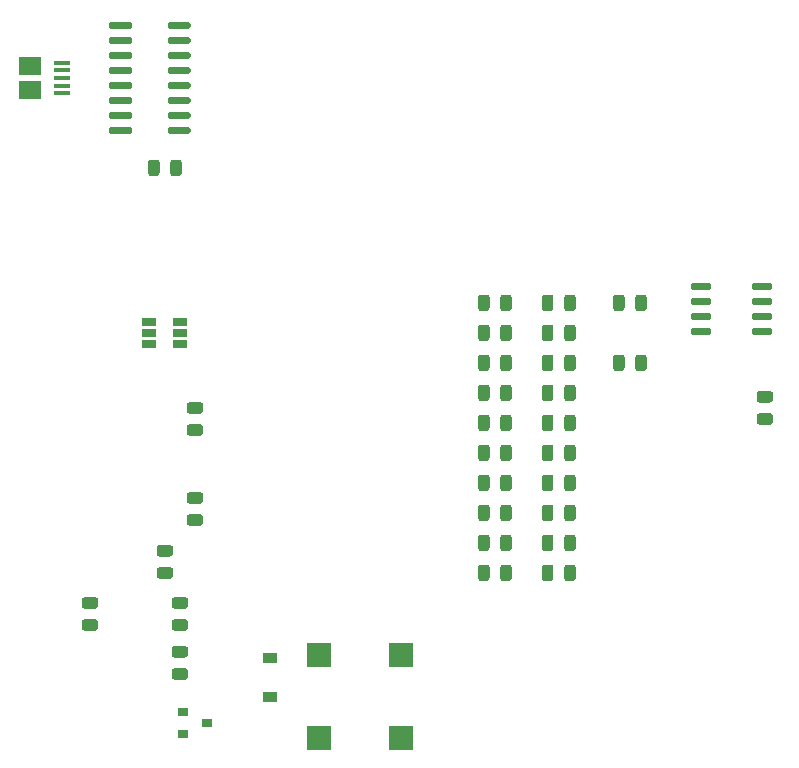
<source format=gbr>
%TF.GenerationSoftware,KiCad,Pcbnew,(5.1.6)-1*%
%TF.CreationDate,2020-11-21T18:59:33+08:00*%
%TF.ProjectId,Nov_21,4e6f765f-3231-42e6-9b69-6361645f7063,rev?*%
%TF.SameCoordinates,Original*%
%TF.FileFunction,Paste,Top*%
%TF.FilePolarity,Positive*%
%FSLAX46Y46*%
G04 Gerber Fmt 4.6, Leading zero omitted, Abs format (unit mm)*
G04 Created by KiCad (PCBNEW (5.1.6)-1) date 2020-11-21 18:59:33*
%MOMM*%
%LPD*%
G01*
G04 APERTURE LIST*
%ADD10R,1.220000X0.650000*%
%ADD11R,0.900000X0.800000*%
%ADD12R,1.900000X1.500000*%
%ADD13R,1.350000X0.400000*%
%ADD14R,1.200000X0.900000*%
%ADD15R,2.000000X2.000000*%
G04 APERTURE END LIST*
D10*
%TO.C,U3*%
X137200000Y-80330000D03*
X137200000Y-81280000D03*
X137200000Y-82230000D03*
X134580000Y-82230000D03*
X134580000Y-81280000D03*
X134580000Y-80330000D03*
%TD*%
%TO.C,U2*%
G36*
G01*
X133120000Y-63985000D02*
X133120000Y-64285000D01*
G75*
G02*
X132970000Y-64435000I-150000J0D01*
G01*
X131320000Y-64435000D01*
G75*
G02*
X131170000Y-64285000I0J150000D01*
G01*
X131170000Y-63985000D01*
G75*
G02*
X131320000Y-63835000I150000J0D01*
G01*
X132970000Y-63835000D01*
G75*
G02*
X133120000Y-63985000I0J-150000D01*
G01*
G37*
G36*
G01*
X133120000Y-62715000D02*
X133120000Y-63015000D01*
G75*
G02*
X132970000Y-63165000I-150000J0D01*
G01*
X131320000Y-63165000D01*
G75*
G02*
X131170000Y-63015000I0J150000D01*
G01*
X131170000Y-62715000D01*
G75*
G02*
X131320000Y-62565000I150000J0D01*
G01*
X132970000Y-62565000D01*
G75*
G02*
X133120000Y-62715000I0J-150000D01*
G01*
G37*
G36*
G01*
X133120000Y-61445000D02*
X133120000Y-61745000D01*
G75*
G02*
X132970000Y-61895000I-150000J0D01*
G01*
X131320000Y-61895000D01*
G75*
G02*
X131170000Y-61745000I0J150000D01*
G01*
X131170000Y-61445000D01*
G75*
G02*
X131320000Y-61295000I150000J0D01*
G01*
X132970000Y-61295000D01*
G75*
G02*
X133120000Y-61445000I0J-150000D01*
G01*
G37*
G36*
G01*
X133120000Y-60175000D02*
X133120000Y-60475000D01*
G75*
G02*
X132970000Y-60625000I-150000J0D01*
G01*
X131320000Y-60625000D01*
G75*
G02*
X131170000Y-60475000I0J150000D01*
G01*
X131170000Y-60175000D01*
G75*
G02*
X131320000Y-60025000I150000J0D01*
G01*
X132970000Y-60025000D01*
G75*
G02*
X133120000Y-60175000I0J-150000D01*
G01*
G37*
G36*
G01*
X133120000Y-58905000D02*
X133120000Y-59205000D01*
G75*
G02*
X132970000Y-59355000I-150000J0D01*
G01*
X131320000Y-59355000D01*
G75*
G02*
X131170000Y-59205000I0J150000D01*
G01*
X131170000Y-58905000D01*
G75*
G02*
X131320000Y-58755000I150000J0D01*
G01*
X132970000Y-58755000D01*
G75*
G02*
X133120000Y-58905000I0J-150000D01*
G01*
G37*
G36*
G01*
X133120000Y-57635000D02*
X133120000Y-57935000D01*
G75*
G02*
X132970000Y-58085000I-150000J0D01*
G01*
X131320000Y-58085000D01*
G75*
G02*
X131170000Y-57935000I0J150000D01*
G01*
X131170000Y-57635000D01*
G75*
G02*
X131320000Y-57485000I150000J0D01*
G01*
X132970000Y-57485000D01*
G75*
G02*
X133120000Y-57635000I0J-150000D01*
G01*
G37*
G36*
G01*
X133120000Y-56365000D02*
X133120000Y-56665000D01*
G75*
G02*
X132970000Y-56815000I-150000J0D01*
G01*
X131320000Y-56815000D01*
G75*
G02*
X131170000Y-56665000I0J150000D01*
G01*
X131170000Y-56365000D01*
G75*
G02*
X131320000Y-56215000I150000J0D01*
G01*
X132970000Y-56215000D01*
G75*
G02*
X133120000Y-56365000I0J-150000D01*
G01*
G37*
G36*
G01*
X133120000Y-55095000D02*
X133120000Y-55395000D01*
G75*
G02*
X132970000Y-55545000I-150000J0D01*
G01*
X131320000Y-55545000D01*
G75*
G02*
X131170000Y-55395000I0J150000D01*
G01*
X131170000Y-55095000D01*
G75*
G02*
X131320000Y-54945000I150000J0D01*
G01*
X132970000Y-54945000D01*
G75*
G02*
X133120000Y-55095000I0J-150000D01*
G01*
G37*
G36*
G01*
X138070000Y-55095000D02*
X138070000Y-55395000D01*
G75*
G02*
X137920000Y-55545000I-150000J0D01*
G01*
X136270000Y-55545000D01*
G75*
G02*
X136120000Y-55395000I0J150000D01*
G01*
X136120000Y-55095000D01*
G75*
G02*
X136270000Y-54945000I150000J0D01*
G01*
X137920000Y-54945000D01*
G75*
G02*
X138070000Y-55095000I0J-150000D01*
G01*
G37*
G36*
G01*
X138070000Y-56365000D02*
X138070000Y-56665000D01*
G75*
G02*
X137920000Y-56815000I-150000J0D01*
G01*
X136270000Y-56815000D01*
G75*
G02*
X136120000Y-56665000I0J150000D01*
G01*
X136120000Y-56365000D01*
G75*
G02*
X136270000Y-56215000I150000J0D01*
G01*
X137920000Y-56215000D01*
G75*
G02*
X138070000Y-56365000I0J-150000D01*
G01*
G37*
G36*
G01*
X138070000Y-57635000D02*
X138070000Y-57935000D01*
G75*
G02*
X137920000Y-58085000I-150000J0D01*
G01*
X136270000Y-58085000D01*
G75*
G02*
X136120000Y-57935000I0J150000D01*
G01*
X136120000Y-57635000D01*
G75*
G02*
X136270000Y-57485000I150000J0D01*
G01*
X137920000Y-57485000D01*
G75*
G02*
X138070000Y-57635000I0J-150000D01*
G01*
G37*
G36*
G01*
X138070000Y-58905000D02*
X138070000Y-59205000D01*
G75*
G02*
X137920000Y-59355000I-150000J0D01*
G01*
X136270000Y-59355000D01*
G75*
G02*
X136120000Y-59205000I0J150000D01*
G01*
X136120000Y-58905000D01*
G75*
G02*
X136270000Y-58755000I150000J0D01*
G01*
X137920000Y-58755000D01*
G75*
G02*
X138070000Y-58905000I0J-150000D01*
G01*
G37*
G36*
G01*
X138070000Y-60175000D02*
X138070000Y-60475000D01*
G75*
G02*
X137920000Y-60625000I-150000J0D01*
G01*
X136270000Y-60625000D01*
G75*
G02*
X136120000Y-60475000I0J150000D01*
G01*
X136120000Y-60175000D01*
G75*
G02*
X136270000Y-60025000I150000J0D01*
G01*
X137920000Y-60025000D01*
G75*
G02*
X138070000Y-60175000I0J-150000D01*
G01*
G37*
G36*
G01*
X138070000Y-61445000D02*
X138070000Y-61745000D01*
G75*
G02*
X137920000Y-61895000I-150000J0D01*
G01*
X136270000Y-61895000D01*
G75*
G02*
X136120000Y-61745000I0J150000D01*
G01*
X136120000Y-61445000D01*
G75*
G02*
X136270000Y-61295000I150000J0D01*
G01*
X137920000Y-61295000D01*
G75*
G02*
X138070000Y-61445000I0J-150000D01*
G01*
G37*
G36*
G01*
X138070000Y-62715000D02*
X138070000Y-63015000D01*
G75*
G02*
X137920000Y-63165000I-150000J0D01*
G01*
X136270000Y-63165000D01*
G75*
G02*
X136120000Y-63015000I0J150000D01*
G01*
X136120000Y-62715000D01*
G75*
G02*
X136270000Y-62565000I150000J0D01*
G01*
X137920000Y-62565000D01*
G75*
G02*
X138070000Y-62715000I0J-150000D01*
G01*
G37*
G36*
G01*
X138070000Y-63985000D02*
X138070000Y-64285000D01*
G75*
G02*
X137920000Y-64435000I-150000J0D01*
G01*
X136270000Y-64435000D01*
G75*
G02*
X136120000Y-64285000I0J150000D01*
G01*
X136120000Y-63985000D01*
G75*
G02*
X136270000Y-63835000I150000J0D01*
G01*
X137920000Y-63835000D01*
G75*
G02*
X138070000Y-63985000I0J-150000D01*
G01*
G37*
%TD*%
%TO.C,R25*%
G36*
G01*
X169692500Y-102056250D02*
X169692500Y-101143750D01*
G75*
G02*
X169936250Y-100900000I243750J0D01*
G01*
X170423750Y-100900000D01*
G75*
G02*
X170667500Y-101143750I0J-243750D01*
G01*
X170667500Y-102056250D01*
G75*
G02*
X170423750Y-102300000I-243750J0D01*
G01*
X169936250Y-102300000D01*
G75*
G02*
X169692500Y-102056250I0J243750D01*
G01*
G37*
G36*
G01*
X167817500Y-102056250D02*
X167817500Y-101143750D01*
G75*
G02*
X168061250Y-100900000I243750J0D01*
G01*
X168548750Y-100900000D01*
G75*
G02*
X168792500Y-101143750I0J-243750D01*
G01*
X168792500Y-102056250D01*
G75*
G02*
X168548750Y-102300000I-243750J0D01*
G01*
X168061250Y-102300000D01*
G75*
G02*
X167817500Y-102056250I0J243750D01*
G01*
G37*
%TD*%
%TO.C,R24*%
G36*
G01*
X175710000Y-79196250D02*
X175710000Y-78283750D01*
G75*
G02*
X175953750Y-78040000I243750J0D01*
G01*
X176441250Y-78040000D01*
G75*
G02*
X176685000Y-78283750I0J-243750D01*
G01*
X176685000Y-79196250D01*
G75*
G02*
X176441250Y-79440000I-243750J0D01*
G01*
X175953750Y-79440000D01*
G75*
G02*
X175710000Y-79196250I0J243750D01*
G01*
G37*
G36*
G01*
X173835000Y-79196250D02*
X173835000Y-78283750D01*
G75*
G02*
X174078750Y-78040000I243750J0D01*
G01*
X174566250Y-78040000D01*
G75*
G02*
X174810000Y-78283750I0J-243750D01*
G01*
X174810000Y-79196250D01*
G75*
G02*
X174566250Y-79440000I-243750J0D01*
G01*
X174078750Y-79440000D01*
G75*
G02*
X173835000Y-79196250I0J243750D01*
G01*
G37*
%TD*%
%TO.C,R23*%
G36*
G01*
X174810000Y-83363750D02*
X174810000Y-84276250D01*
G75*
G02*
X174566250Y-84520000I-243750J0D01*
G01*
X174078750Y-84520000D01*
G75*
G02*
X173835000Y-84276250I0J243750D01*
G01*
X173835000Y-83363750D01*
G75*
G02*
X174078750Y-83120000I243750J0D01*
G01*
X174566250Y-83120000D01*
G75*
G02*
X174810000Y-83363750I0J-243750D01*
G01*
G37*
G36*
G01*
X176685000Y-83363750D02*
X176685000Y-84276250D01*
G75*
G02*
X176441250Y-84520000I-243750J0D01*
G01*
X175953750Y-84520000D01*
G75*
G02*
X175710000Y-84276250I0J243750D01*
G01*
X175710000Y-83363750D01*
G75*
G02*
X175953750Y-83120000I243750J0D01*
G01*
X176441250Y-83120000D01*
G75*
G02*
X176685000Y-83363750I0J-243750D01*
G01*
G37*
%TD*%
%TO.C,R22*%
G36*
G01*
X169692500Y-99516250D02*
X169692500Y-98603750D01*
G75*
G02*
X169936250Y-98360000I243750J0D01*
G01*
X170423750Y-98360000D01*
G75*
G02*
X170667500Y-98603750I0J-243750D01*
G01*
X170667500Y-99516250D01*
G75*
G02*
X170423750Y-99760000I-243750J0D01*
G01*
X169936250Y-99760000D01*
G75*
G02*
X169692500Y-99516250I0J243750D01*
G01*
G37*
G36*
G01*
X167817500Y-99516250D02*
X167817500Y-98603750D01*
G75*
G02*
X168061250Y-98360000I243750J0D01*
G01*
X168548750Y-98360000D01*
G75*
G02*
X168792500Y-98603750I0J-243750D01*
G01*
X168792500Y-99516250D01*
G75*
G02*
X168548750Y-99760000I-243750J0D01*
G01*
X168061250Y-99760000D01*
G75*
G02*
X167817500Y-99516250I0J243750D01*
G01*
G37*
%TD*%
%TO.C,R21*%
G36*
G01*
X169692500Y-96976250D02*
X169692500Y-96063750D01*
G75*
G02*
X169936250Y-95820000I243750J0D01*
G01*
X170423750Y-95820000D01*
G75*
G02*
X170667500Y-96063750I0J-243750D01*
G01*
X170667500Y-96976250D01*
G75*
G02*
X170423750Y-97220000I-243750J0D01*
G01*
X169936250Y-97220000D01*
G75*
G02*
X169692500Y-96976250I0J243750D01*
G01*
G37*
G36*
G01*
X167817500Y-96976250D02*
X167817500Y-96063750D01*
G75*
G02*
X168061250Y-95820000I243750J0D01*
G01*
X168548750Y-95820000D01*
G75*
G02*
X168792500Y-96063750I0J-243750D01*
G01*
X168792500Y-96976250D01*
G75*
G02*
X168548750Y-97220000I-243750J0D01*
G01*
X168061250Y-97220000D01*
G75*
G02*
X167817500Y-96976250I0J243750D01*
G01*
G37*
%TD*%
%TO.C,R20*%
G36*
G01*
X169692500Y-94436250D02*
X169692500Y-93523750D01*
G75*
G02*
X169936250Y-93280000I243750J0D01*
G01*
X170423750Y-93280000D01*
G75*
G02*
X170667500Y-93523750I0J-243750D01*
G01*
X170667500Y-94436250D01*
G75*
G02*
X170423750Y-94680000I-243750J0D01*
G01*
X169936250Y-94680000D01*
G75*
G02*
X169692500Y-94436250I0J243750D01*
G01*
G37*
G36*
G01*
X167817500Y-94436250D02*
X167817500Y-93523750D01*
G75*
G02*
X168061250Y-93280000I243750J0D01*
G01*
X168548750Y-93280000D01*
G75*
G02*
X168792500Y-93523750I0J-243750D01*
G01*
X168792500Y-94436250D01*
G75*
G02*
X168548750Y-94680000I-243750J0D01*
G01*
X168061250Y-94680000D01*
G75*
G02*
X167817500Y-94436250I0J243750D01*
G01*
G37*
%TD*%
%TO.C,R19*%
G36*
G01*
X169692500Y-91896250D02*
X169692500Y-90983750D01*
G75*
G02*
X169936250Y-90740000I243750J0D01*
G01*
X170423750Y-90740000D01*
G75*
G02*
X170667500Y-90983750I0J-243750D01*
G01*
X170667500Y-91896250D01*
G75*
G02*
X170423750Y-92140000I-243750J0D01*
G01*
X169936250Y-92140000D01*
G75*
G02*
X169692500Y-91896250I0J243750D01*
G01*
G37*
G36*
G01*
X167817500Y-91896250D02*
X167817500Y-90983750D01*
G75*
G02*
X168061250Y-90740000I243750J0D01*
G01*
X168548750Y-90740000D01*
G75*
G02*
X168792500Y-90983750I0J-243750D01*
G01*
X168792500Y-91896250D01*
G75*
G02*
X168548750Y-92140000I-243750J0D01*
G01*
X168061250Y-92140000D01*
G75*
G02*
X167817500Y-91896250I0J243750D01*
G01*
G37*
%TD*%
%TO.C,R18*%
G36*
G01*
X169692500Y-89356250D02*
X169692500Y-88443750D01*
G75*
G02*
X169936250Y-88200000I243750J0D01*
G01*
X170423750Y-88200000D01*
G75*
G02*
X170667500Y-88443750I0J-243750D01*
G01*
X170667500Y-89356250D01*
G75*
G02*
X170423750Y-89600000I-243750J0D01*
G01*
X169936250Y-89600000D01*
G75*
G02*
X169692500Y-89356250I0J243750D01*
G01*
G37*
G36*
G01*
X167817500Y-89356250D02*
X167817500Y-88443750D01*
G75*
G02*
X168061250Y-88200000I243750J0D01*
G01*
X168548750Y-88200000D01*
G75*
G02*
X168792500Y-88443750I0J-243750D01*
G01*
X168792500Y-89356250D01*
G75*
G02*
X168548750Y-89600000I-243750J0D01*
G01*
X168061250Y-89600000D01*
G75*
G02*
X167817500Y-89356250I0J243750D01*
G01*
G37*
%TD*%
%TO.C,R17*%
G36*
G01*
X169692500Y-86816250D02*
X169692500Y-85903750D01*
G75*
G02*
X169936250Y-85660000I243750J0D01*
G01*
X170423750Y-85660000D01*
G75*
G02*
X170667500Y-85903750I0J-243750D01*
G01*
X170667500Y-86816250D01*
G75*
G02*
X170423750Y-87060000I-243750J0D01*
G01*
X169936250Y-87060000D01*
G75*
G02*
X169692500Y-86816250I0J243750D01*
G01*
G37*
G36*
G01*
X167817500Y-86816250D02*
X167817500Y-85903750D01*
G75*
G02*
X168061250Y-85660000I243750J0D01*
G01*
X168548750Y-85660000D01*
G75*
G02*
X168792500Y-85903750I0J-243750D01*
G01*
X168792500Y-86816250D01*
G75*
G02*
X168548750Y-87060000I-243750J0D01*
G01*
X168061250Y-87060000D01*
G75*
G02*
X167817500Y-86816250I0J243750D01*
G01*
G37*
%TD*%
%TO.C,R16*%
G36*
G01*
X169692500Y-84276250D02*
X169692500Y-83363750D01*
G75*
G02*
X169936250Y-83120000I243750J0D01*
G01*
X170423750Y-83120000D01*
G75*
G02*
X170667500Y-83363750I0J-243750D01*
G01*
X170667500Y-84276250D01*
G75*
G02*
X170423750Y-84520000I-243750J0D01*
G01*
X169936250Y-84520000D01*
G75*
G02*
X169692500Y-84276250I0J243750D01*
G01*
G37*
G36*
G01*
X167817500Y-84276250D02*
X167817500Y-83363750D01*
G75*
G02*
X168061250Y-83120000I243750J0D01*
G01*
X168548750Y-83120000D01*
G75*
G02*
X168792500Y-83363750I0J-243750D01*
G01*
X168792500Y-84276250D01*
G75*
G02*
X168548750Y-84520000I-243750J0D01*
G01*
X168061250Y-84520000D01*
G75*
G02*
X167817500Y-84276250I0J243750D01*
G01*
G37*
%TD*%
%TO.C,R15*%
G36*
G01*
X169692500Y-81736250D02*
X169692500Y-80823750D01*
G75*
G02*
X169936250Y-80580000I243750J0D01*
G01*
X170423750Y-80580000D01*
G75*
G02*
X170667500Y-80823750I0J-243750D01*
G01*
X170667500Y-81736250D01*
G75*
G02*
X170423750Y-81980000I-243750J0D01*
G01*
X169936250Y-81980000D01*
G75*
G02*
X169692500Y-81736250I0J243750D01*
G01*
G37*
G36*
G01*
X167817500Y-81736250D02*
X167817500Y-80823750D01*
G75*
G02*
X168061250Y-80580000I243750J0D01*
G01*
X168548750Y-80580000D01*
G75*
G02*
X168792500Y-80823750I0J-243750D01*
G01*
X168792500Y-81736250D01*
G75*
G02*
X168548750Y-81980000I-243750J0D01*
G01*
X168061250Y-81980000D01*
G75*
G02*
X167817500Y-81736250I0J243750D01*
G01*
G37*
%TD*%
%TO.C,R14*%
G36*
G01*
X169692500Y-79196250D02*
X169692500Y-78283750D01*
G75*
G02*
X169936250Y-78040000I243750J0D01*
G01*
X170423750Y-78040000D01*
G75*
G02*
X170667500Y-78283750I0J-243750D01*
G01*
X170667500Y-79196250D01*
G75*
G02*
X170423750Y-79440000I-243750J0D01*
G01*
X169936250Y-79440000D01*
G75*
G02*
X169692500Y-79196250I0J243750D01*
G01*
G37*
G36*
G01*
X167817500Y-79196250D02*
X167817500Y-78283750D01*
G75*
G02*
X168061250Y-78040000I243750J0D01*
G01*
X168548750Y-78040000D01*
G75*
G02*
X168792500Y-78283750I0J-243750D01*
G01*
X168792500Y-79196250D01*
G75*
G02*
X168548750Y-79440000I-243750J0D01*
G01*
X168061250Y-79440000D01*
G75*
G02*
X167817500Y-79196250I0J243750D01*
G01*
G37*
%TD*%
%TO.C,R13*%
G36*
G01*
X163380000Y-80823750D02*
X163380000Y-81736250D01*
G75*
G02*
X163136250Y-81980000I-243750J0D01*
G01*
X162648750Y-81980000D01*
G75*
G02*
X162405000Y-81736250I0J243750D01*
G01*
X162405000Y-80823750D01*
G75*
G02*
X162648750Y-80580000I243750J0D01*
G01*
X163136250Y-80580000D01*
G75*
G02*
X163380000Y-80823750I0J-243750D01*
G01*
G37*
G36*
G01*
X165255000Y-80823750D02*
X165255000Y-81736250D01*
G75*
G02*
X165011250Y-81980000I-243750J0D01*
G01*
X164523750Y-81980000D01*
G75*
G02*
X164280000Y-81736250I0J243750D01*
G01*
X164280000Y-80823750D01*
G75*
G02*
X164523750Y-80580000I243750J0D01*
G01*
X165011250Y-80580000D01*
G75*
G02*
X165255000Y-80823750I0J-243750D01*
G01*
G37*
%TD*%
%TO.C,R12*%
G36*
G01*
X163380000Y-98603750D02*
X163380000Y-99516250D01*
G75*
G02*
X163136250Y-99760000I-243750J0D01*
G01*
X162648750Y-99760000D01*
G75*
G02*
X162405000Y-99516250I0J243750D01*
G01*
X162405000Y-98603750D01*
G75*
G02*
X162648750Y-98360000I243750J0D01*
G01*
X163136250Y-98360000D01*
G75*
G02*
X163380000Y-98603750I0J-243750D01*
G01*
G37*
G36*
G01*
X165255000Y-98603750D02*
X165255000Y-99516250D01*
G75*
G02*
X165011250Y-99760000I-243750J0D01*
G01*
X164523750Y-99760000D01*
G75*
G02*
X164280000Y-99516250I0J243750D01*
G01*
X164280000Y-98603750D01*
G75*
G02*
X164523750Y-98360000I243750J0D01*
G01*
X165011250Y-98360000D01*
G75*
G02*
X165255000Y-98603750I0J-243750D01*
G01*
G37*
%TD*%
%TO.C,R11*%
G36*
G01*
X163380000Y-96063750D02*
X163380000Y-96976250D01*
G75*
G02*
X163136250Y-97220000I-243750J0D01*
G01*
X162648750Y-97220000D01*
G75*
G02*
X162405000Y-96976250I0J243750D01*
G01*
X162405000Y-96063750D01*
G75*
G02*
X162648750Y-95820000I243750J0D01*
G01*
X163136250Y-95820000D01*
G75*
G02*
X163380000Y-96063750I0J-243750D01*
G01*
G37*
G36*
G01*
X165255000Y-96063750D02*
X165255000Y-96976250D01*
G75*
G02*
X165011250Y-97220000I-243750J0D01*
G01*
X164523750Y-97220000D01*
G75*
G02*
X164280000Y-96976250I0J243750D01*
G01*
X164280000Y-96063750D01*
G75*
G02*
X164523750Y-95820000I243750J0D01*
G01*
X165011250Y-95820000D01*
G75*
G02*
X165255000Y-96063750I0J-243750D01*
G01*
G37*
%TD*%
%TO.C,R10*%
G36*
G01*
X163380000Y-93523750D02*
X163380000Y-94436250D01*
G75*
G02*
X163136250Y-94680000I-243750J0D01*
G01*
X162648750Y-94680000D01*
G75*
G02*
X162405000Y-94436250I0J243750D01*
G01*
X162405000Y-93523750D01*
G75*
G02*
X162648750Y-93280000I243750J0D01*
G01*
X163136250Y-93280000D01*
G75*
G02*
X163380000Y-93523750I0J-243750D01*
G01*
G37*
G36*
G01*
X165255000Y-93523750D02*
X165255000Y-94436250D01*
G75*
G02*
X165011250Y-94680000I-243750J0D01*
G01*
X164523750Y-94680000D01*
G75*
G02*
X164280000Y-94436250I0J243750D01*
G01*
X164280000Y-93523750D01*
G75*
G02*
X164523750Y-93280000I243750J0D01*
G01*
X165011250Y-93280000D01*
G75*
G02*
X165255000Y-93523750I0J-243750D01*
G01*
G37*
%TD*%
%TO.C,R9*%
G36*
G01*
X163380000Y-88443750D02*
X163380000Y-89356250D01*
G75*
G02*
X163136250Y-89600000I-243750J0D01*
G01*
X162648750Y-89600000D01*
G75*
G02*
X162405000Y-89356250I0J243750D01*
G01*
X162405000Y-88443750D01*
G75*
G02*
X162648750Y-88200000I243750J0D01*
G01*
X163136250Y-88200000D01*
G75*
G02*
X163380000Y-88443750I0J-243750D01*
G01*
G37*
G36*
G01*
X165255000Y-88443750D02*
X165255000Y-89356250D01*
G75*
G02*
X165011250Y-89600000I-243750J0D01*
G01*
X164523750Y-89600000D01*
G75*
G02*
X164280000Y-89356250I0J243750D01*
G01*
X164280000Y-88443750D01*
G75*
G02*
X164523750Y-88200000I243750J0D01*
G01*
X165011250Y-88200000D01*
G75*
G02*
X165255000Y-88443750I0J-243750D01*
G01*
G37*
%TD*%
%TO.C,R8*%
G36*
G01*
X163380000Y-85903750D02*
X163380000Y-86816250D01*
G75*
G02*
X163136250Y-87060000I-243750J0D01*
G01*
X162648750Y-87060000D01*
G75*
G02*
X162405000Y-86816250I0J243750D01*
G01*
X162405000Y-85903750D01*
G75*
G02*
X162648750Y-85660000I243750J0D01*
G01*
X163136250Y-85660000D01*
G75*
G02*
X163380000Y-85903750I0J-243750D01*
G01*
G37*
G36*
G01*
X165255000Y-85903750D02*
X165255000Y-86816250D01*
G75*
G02*
X165011250Y-87060000I-243750J0D01*
G01*
X164523750Y-87060000D01*
G75*
G02*
X164280000Y-86816250I0J243750D01*
G01*
X164280000Y-85903750D01*
G75*
G02*
X164523750Y-85660000I243750J0D01*
G01*
X165011250Y-85660000D01*
G75*
G02*
X165255000Y-85903750I0J-243750D01*
G01*
G37*
%TD*%
%TO.C,R7*%
G36*
G01*
X163380000Y-83363750D02*
X163380000Y-84276250D01*
G75*
G02*
X163136250Y-84520000I-243750J0D01*
G01*
X162648750Y-84520000D01*
G75*
G02*
X162405000Y-84276250I0J243750D01*
G01*
X162405000Y-83363750D01*
G75*
G02*
X162648750Y-83120000I243750J0D01*
G01*
X163136250Y-83120000D01*
G75*
G02*
X163380000Y-83363750I0J-243750D01*
G01*
G37*
G36*
G01*
X165255000Y-83363750D02*
X165255000Y-84276250D01*
G75*
G02*
X165011250Y-84520000I-243750J0D01*
G01*
X164523750Y-84520000D01*
G75*
G02*
X164280000Y-84276250I0J243750D01*
G01*
X164280000Y-83363750D01*
G75*
G02*
X164523750Y-83120000I243750J0D01*
G01*
X165011250Y-83120000D01*
G75*
G02*
X165255000Y-83363750I0J-243750D01*
G01*
G37*
%TD*%
%TO.C,R6*%
G36*
G01*
X163380000Y-101143750D02*
X163380000Y-102056250D01*
G75*
G02*
X163136250Y-102300000I-243750J0D01*
G01*
X162648750Y-102300000D01*
G75*
G02*
X162405000Y-102056250I0J243750D01*
G01*
X162405000Y-101143750D01*
G75*
G02*
X162648750Y-100900000I243750J0D01*
G01*
X163136250Y-100900000D01*
G75*
G02*
X163380000Y-101143750I0J-243750D01*
G01*
G37*
G36*
G01*
X165255000Y-101143750D02*
X165255000Y-102056250D01*
G75*
G02*
X165011250Y-102300000I-243750J0D01*
G01*
X164523750Y-102300000D01*
G75*
G02*
X164280000Y-102056250I0J243750D01*
G01*
X164280000Y-101143750D01*
G75*
G02*
X164523750Y-100900000I243750J0D01*
G01*
X165011250Y-100900000D01*
G75*
G02*
X165255000Y-101143750I0J-243750D01*
G01*
G37*
%TD*%
%TO.C,R5*%
G36*
G01*
X163380000Y-90983750D02*
X163380000Y-91896250D01*
G75*
G02*
X163136250Y-92140000I-243750J0D01*
G01*
X162648750Y-92140000D01*
G75*
G02*
X162405000Y-91896250I0J243750D01*
G01*
X162405000Y-90983750D01*
G75*
G02*
X162648750Y-90740000I243750J0D01*
G01*
X163136250Y-90740000D01*
G75*
G02*
X163380000Y-90983750I0J-243750D01*
G01*
G37*
G36*
G01*
X165255000Y-90983750D02*
X165255000Y-91896250D01*
G75*
G02*
X165011250Y-92140000I-243750J0D01*
G01*
X164523750Y-92140000D01*
G75*
G02*
X164280000Y-91896250I0J243750D01*
G01*
X164280000Y-90983750D01*
G75*
G02*
X164523750Y-90740000I243750J0D01*
G01*
X165011250Y-90740000D01*
G75*
G02*
X165255000Y-90983750I0J-243750D01*
G01*
G37*
%TD*%
%TO.C,R4*%
G36*
G01*
X163380000Y-78283750D02*
X163380000Y-79196250D01*
G75*
G02*
X163136250Y-79440000I-243750J0D01*
G01*
X162648750Y-79440000D01*
G75*
G02*
X162405000Y-79196250I0J243750D01*
G01*
X162405000Y-78283750D01*
G75*
G02*
X162648750Y-78040000I243750J0D01*
G01*
X163136250Y-78040000D01*
G75*
G02*
X163380000Y-78283750I0J-243750D01*
G01*
G37*
G36*
G01*
X165255000Y-78283750D02*
X165255000Y-79196250D01*
G75*
G02*
X165011250Y-79440000I-243750J0D01*
G01*
X164523750Y-79440000D01*
G75*
G02*
X164280000Y-79196250I0J243750D01*
G01*
X164280000Y-78283750D01*
G75*
G02*
X164523750Y-78040000I243750J0D01*
G01*
X165011250Y-78040000D01*
G75*
G02*
X165255000Y-78283750I0J-243750D01*
G01*
G37*
%TD*%
%TO.C,R3*%
G36*
G01*
X137616250Y-104627500D02*
X136703750Y-104627500D01*
G75*
G02*
X136460000Y-104383750I0J243750D01*
G01*
X136460000Y-103896250D01*
G75*
G02*
X136703750Y-103652500I243750J0D01*
G01*
X137616250Y-103652500D01*
G75*
G02*
X137860000Y-103896250I0J-243750D01*
G01*
X137860000Y-104383750D01*
G75*
G02*
X137616250Y-104627500I-243750J0D01*
G01*
G37*
G36*
G01*
X137616250Y-106502500D02*
X136703750Y-106502500D01*
G75*
G02*
X136460000Y-106258750I0J243750D01*
G01*
X136460000Y-105771250D01*
G75*
G02*
X136703750Y-105527500I243750J0D01*
G01*
X137616250Y-105527500D01*
G75*
G02*
X137860000Y-105771250I0J-243750D01*
G01*
X137860000Y-106258750D01*
G75*
G02*
X137616250Y-106502500I-243750J0D01*
G01*
G37*
%TD*%
%TO.C,R2*%
G36*
G01*
X129996250Y-104627500D02*
X129083750Y-104627500D01*
G75*
G02*
X128840000Y-104383750I0J243750D01*
G01*
X128840000Y-103896250D01*
G75*
G02*
X129083750Y-103652500I243750J0D01*
G01*
X129996250Y-103652500D01*
G75*
G02*
X130240000Y-103896250I0J-243750D01*
G01*
X130240000Y-104383750D01*
G75*
G02*
X129996250Y-104627500I-243750J0D01*
G01*
G37*
G36*
G01*
X129996250Y-106502500D02*
X129083750Y-106502500D01*
G75*
G02*
X128840000Y-106258750I0J243750D01*
G01*
X128840000Y-105771250D01*
G75*
G02*
X129083750Y-105527500I243750J0D01*
G01*
X129996250Y-105527500D01*
G75*
G02*
X130240000Y-105771250I0J-243750D01*
G01*
X130240000Y-106258750D01*
G75*
G02*
X129996250Y-106502500I-243750J0D01*
G01*
G37*
%TD*%
%TO.C,R1*%
G36*
G01*
X135433750Y-101112500D02*
X136346250Y-101112500D01*
G75*
G02*
X136590000Y-101356250I0J-243750D01*
G01*
X136590000Y-101843750D01*
G75*
G02*
X136346250Y-102087500I-243750J0D01*
G01*
X135433750Y-102087500D01*
G75*
G02*
X135190000Y-101843750I0J243750D01*
G01*
X135190000Y-101356250D01*
G75*
G02*
X135433750Y-101112500I243750J0D01*
G01*
G37*
G36*
G01*
X135433750Y-99237500D02*
X136346250Y-99237500D01*
G75*
G02*
X136590000Y-99481250I0J-243750D01*
G01*
X136590000Y-99968750D01*
G75*
G02*
X136346250Y-100212500I-243750J0D01*
G01*
X135433750Y-100212500D01*
G75*
G02*
X135190000Y-99968750I0J243750D01*
G01*
X135190000Y-99481250D01*
G75*
G02*
X135433750Y-99237500I243750J0D01*
G01*
G37*
%TD*%
D11*
%TO.C,Q1*%
X139430000Y-114300000D03*
X137430000Y-115250000D03*
X137430000Y-113350000D03*
%TD*%
%TO.C,J5*%
G36*
G01*
X185560440Y-77513320D02*
X185560440Y-77213320D01*
G75*
G02*
X185710440Y-77063320I150000J0D01*
G01*
X187160440Y-77063320D01*
G75*
G02*
X187310440Y-77213320I0J-150000D01*
G01*
X187310440Y-77513320D01*
G75*
G02*
X187160440Y-77663320I-150000J0D01*
G01*
X185710440Y-77663320D01*
G75*
G02*
X185560440Y-77513320I0J150000D01*
G01*
G37*
G36*
G01*
X185560440Y-78783320D02*
X185560440Y-78483320D01*
G75*
G02*
X185710440Y-78333320I150000J0D01*
G01*
X187160440Y-78333320D01*
G75*
G02*
X187310440Y-78483320I0J-150000D01*
G01*
X187310440Y-78783320D01*
G75*
G02*
X187160440Y-78933320I-150000J0D01*
G01*
X185710440Y-78933320D01*
G75*
G02*
X185560440Y-78783320I0J150000D01*
G01*
G37*
G36*
G01*
X185560440Y-80053320D02*
X185560440Y-79753320D01*
G75*
G02*
X185710440Y-79603320I150000J0D01*
G01*
X187160440Y-79603320D01*
G75*
G02*
X187310440Y-79753320I0J-150000D01*
G01*
X187310440Y-80053320D01*
G75*
G02*
X187160440Y-80203320I-150000J0D01*
G01*
X185710440Y-80203320D01*
G75*
G02*
X185560440Y-80053320I0J150000D01*
G01*
G37*
G36*
G01*
X185560440Y-81323320D02*
X185560440Y-81023320D01*
G75*
G02*
X185710440Y-80873320I150000J0D01*
G01*
X187160440Y-80873320D01*
G75*
G02*
X187310440Y-81023320I0J-150000D01*
G01*
X187310440Y-81323320D01*
G75*
G02*
X187160440Y-81473320I-150000J0D01*
G01*
X185710440Y-81473320D01*
G75*
G02*
X185560440Y-81323320I0J150000D01*
G01*
G37*
G36*
G01*
X180410440Y-81323320D02*
X180410440Y-81023320D01*
G75*
G02*
X180560440Y-80873320I150000J0D01*
G01*
X182010440Y-80873320D01*
G75*
G02*
X182160440Y-81023320I0J-150000D01*
G01*
X182160440Y-81323320D01*
G75*
G02*
X182010440Y-81473320I-150000J0D01*
G01*
X180560440Y-81473320D01*
G75*
G02*
X180410440Y-81323320I0J150000D01*
G01*
G37*
G36*
G01*
X180410440Y-80053320D02*
X180410440Y-79753320D01*
G75*
G02*
X180560440Y-79603320I150000J0D01*
G01*
X182010440Y-79603320D01*
G75*
G02*
X182160440Y-79753320I0J-150000D01*
G01*
X182160440Y-80053320D01*
G75*
G02*
X182010440Y-80203320I-150000J0D01*
G01*
X180560440Y-80203320D01*
G75*
G02*
X180410440Y-80053320I0J150000D01*
G01*
G37*
G36*
G01*
X180410440Y-78783320D02*
X180410440Y-78483320D01*
G75*
G02*
X180560440Y-78333320I150000J0D01*
G01*
X182010440Y-78333320D01*
G75*
G02*
X182160440Y-78483320I0J-150000D01*
G01*
X182160440Y-78783320D01*
G75*
G02*
X182010440Y-78933320I-150000J0D01*
G01*
X180560440Y-78933320D01*
G75*
G02*
X180410440Y-78783320I0J150000D01*
G01*
G37*
G36*
G01*
X180410440Y-77513320D02*
X180410440Y-77213320D01*
G75*
G02*
X180560440Y-77063320I150000J0D01*
G01*
X182010440Y-77063320D01*
G75*
G02*
X182160440Y-77213320I0J-150000D01*
G01*
X182160440Y-77513320D01*
G75*
G02*
X182010440Y-77663320I-150000J0D01*
G01*
X180560440Y-77663320D01*
G75*
G02*
X180410440Y-77513320I0J150000D01*
G01*
G37*
%TD*%
D12*
%TO.C,J2*%
X124492500Y-58690000D03*
D13*
X127192500Y-59690000D03*
X127192500Y-60340000D03*
X127192500Y-60990000D03*
X127192500Y-58390000D03*
X127192500Y-59040000D03*
D12*
X124492500Y-60690000D03*
%TD*%
D14*
%TO.C,D1*%
X144780000Y-112140000D03*
X144780000Y-108840000D03*
%TD*%
%TO.C,C5*%
G36*
G01*
X186233750Y-88080000D02*
X187146250Y-88080000D01*
G75*
G02*
X187390000Y-88323750I0J-243750D01*
G01*
X187390000Y-88811250D01*
G75*
G02*
X187146250Y-89055000I-243750J0D01*
G01*
X186233750Y-89055000D01*
G75*
G02*
X185990000Y-88811250I0J243750D01*
G01*
X185990000Y-88323750D01*
G75*
G02*
X186233750Y-88080000I243750J0D01*
G01*
G37*
G36*
G01*
X186233750Y-86205000D02*
X187146250Y-86205000D01*
G75*
G02*
X187390000Y-86448750I0J-243750D01*
G01*
X187390000Y-86936250D01*
G75*
G02*
X187146250Y-87180000I-243750J0D01*
G01*
X186233750Y-87180000D01*
G75*
G02*
X185990000Y-86936250I0J243750D01*
G01*
X185990000Y-86448750D01*
G75*
G02*
X186233750Y-86205000I243750J0D01*
G01*
G37*
%TD*%
%TO.C,C4*%
G36*
G01*
X136703750Y-109670000D02*
X137616250Y-109670000D01*
G75*
G02*
X137860000Y-109913750I0J-243750D01*
G01*
X137860000Y-110401250D01*
G75*
G02*
X137616250Y-110645000I-243750J0D01*
G01*
X136703750Y-110645000D01*
G75*
G02*
X136460000Y-110401250I0J243750D01*
G01*
X136460000Y-109913750D01*
G75*
G02*
X136703750Y-109670000I243750J0D01*
G01*
G37*
G36*
G01*
X136703750Y-107795000D02*
X137616250Y-107795000D01*
G75*
G02*
X137860000Y-108038750I0J-243750D01*
G01*
X137860000Y-108526250D01*
G75*
G02*
X137616250Y-108770000I-243750J0D01*
G01*
X136703750Y-108770000D01*
G75*
G02*
X136460000Y-108526250I0J243750D01*
G01*
X136460000Y-108038750D01*
G75*
G02*
X136703750Y-107795000I243750J0D01*
G01*
G37*
%TD*%
%TO.C,C3*%
G36*
G01*
X138886250Y-95737500D02*
X137973750Y-95737500D01*
G75*
G02*
X137730000Y-95493750I0J243750D01*
G01*
X137730000Y-95006250D01*
G75*
G02*
X137973750Y-94762500I243750J0D01*
G01*
X138886250Y-94762500D01*
G75*
G02*
X139130000Y-95006250I0J-243750D01*
G01*
X139130000Y-95493750D01*
G75*
G02*
X138886250Y-95737500I-243750J0D01*
G01*
G37*
G36*
G01*
X138886250Y-97612500D02*
X137973750Y-97612500D01*
G75*
G02*
X137730000Y-97368750I0J243750D01*
G01*
X137730000Y-96881250D01*
G75*
G02*
X137973750Y-96637500I243750J0D01*
G01*
X138886250Y-96637500D01*
G75*
G02*
X139130000Y-96881250I0J-243750D01*
G01*
X139130000Y-97368750D01*
G75*
G02*
X138886250Y-97612500I-243750J0D01*
G01*
G37*
%TD*%
%TO.C,C2*%
G36*
G01*
X137315000Y-66853750D02*
X137315000Y-67766250D01*
G75*
G02*
X137071250Y-68010000I-243750J0D01*
G01*
X136583750Y-68010000D01*
G75*
G02*
X136340000Y-67766250I0J243750D01*
G01*
X136340000Y-66853750D01*
G75*
G02*
X136583750Y-66610000I243750J0D01*
G01*
X137071250Y-66610000D01*
G75*
G02*
X137315000Y-66853750I0J-243750D01*
G01*
G37*
G36*
G01*
X135440000Y-66853750D02*
X135440000Y-67766250D01*
G75*
G02*
X135196250Y-68010000I-243750J0D01*
G01*
X134708750Y-68010000D01*
G75*
G02*
X134465000Y-67766250I0J243750D01*
G01*
X134465000Y-66853750D01*
G75*
G02*
X134708750Y-66610000I243750J0D01*
G01*
X135196250Y-66610000D01*
G75*
G02*
X135440000Y-66853750I0J-243750D01*
G01*
G37*
%TD*%
%TO.C,C1*%
G36*
G01*
X138886250Y-88117500D02*
X137973750Y-88117500D01*
G75*
G02*
X137730000Y-87873750I0J243750D01*
G01*
X137730000Y-87386250D01*
G75*
G02*
X137973750Y-87142500I243750J0D01*
G01*
X138886250Y-87142500D01*
G75*
G02*
X139130000Y-87386250I0J-243750D01*
G01*
X139130000Y-87873750D01*
G75*
G02*
X138886250Y-88117500I-243750J0D01*
G01*
G37*
G36*
G01*
X138886250Y-89992500D02*
X137973750Y-89992500D01*
G75*
G02*
X137730000Y-89748750I0J243750D01*
G01*
X137730000Y-89261250D01*
G75*
G02*
X137973750Y-89017500I243750J0D01*
G01*
X138886250Y-89017500D01*
G75*
G02*
X139130000Y-89261250I0J-243750D01*
G01*
X139130000Y-89748750D01*
G75*
G02*
X138886250Y-89992500I-243750J0D01*
G01*
G37*
%TD*%
D15*
%TO.C,BZ1*%
X148900000Y-108570000D03*
X148900000Y-115570000D03*
X155900000Y-115570000D03*
X155900000Y-108570000D03*
%TD*%
M02*

</source>
